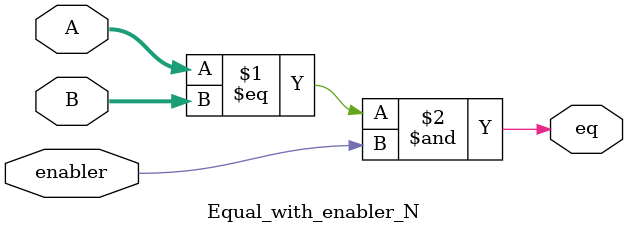
<source format=sv>
module Equal_with_enabler_N #(parameter N=4)
(
	input logic [N-1:0] A,
	input logic [N-1:0] B,
	input enabler,
	
	output logic eq
);
	assign eq = (A == B) & enabler;

endmodule
</source>
